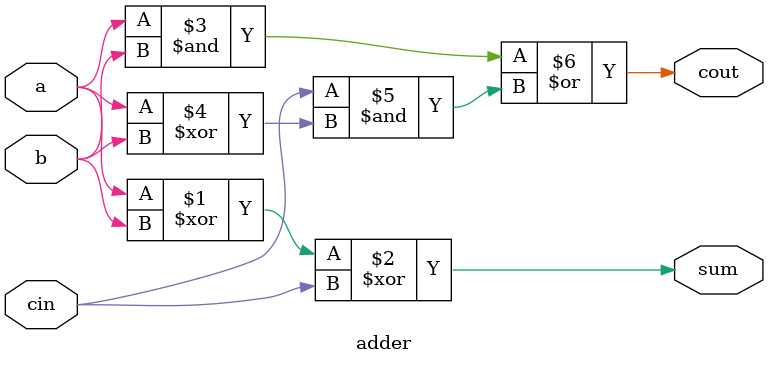
<source format=sv>
/**
 * @module adder
 * @brief Single-bit full adder.
 *
 * @description
 * Computes the sum and carry-out of two 1-bit inputs and a carry-in bit.
 * Implements the equation: sum = a ^ b ^ cin; cout = (a & b) | (cin & (a ^ b))
 *
 * @ports
 * - input  logic a     : First operand bit
 * - input  logic b     : Second operand bit
 * - input  logic cin   : Carry input
 * - output logic sum   : Sum output
 * - output logic cout  : Carry output
 *
 * @example
 * adder u_adder (
 *   .a(a),
 *   .b(b),
 *   .cin(cin),
 *   .sum(sum),
 *   .cout(cout)
 * );
 *
 * @author  Xhovani Mali
 * @date    2025
 */

 `timescale 1ns/1ps

module adder (
    input  logic a,
    input  logic b,
    input  logic cin,
    output logic sum,
    output logic cout
);
    // Behavioral modeling (RTL)
    assign sum  = a ^ b ^ cin;
    assign cout = (a & b) | (cin & (a ^ b));
    
endmodule // adder

</source>
